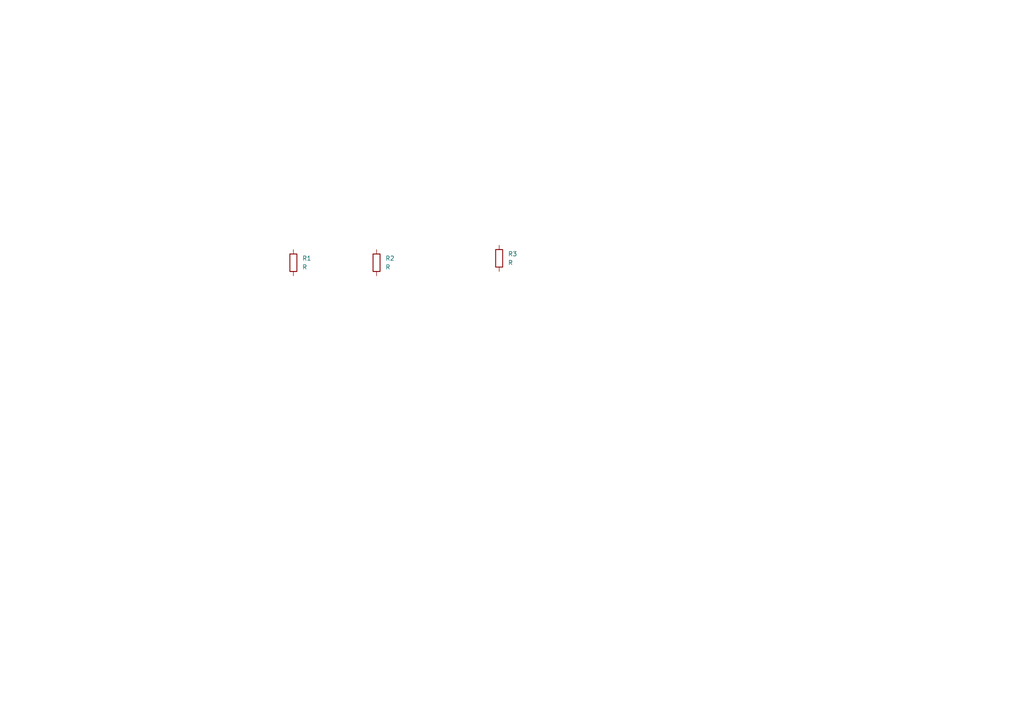
<source format=kicad_sch>
(kicad_sch
	(version 20250114)
	(generator "eeschema")
	(generator_version "9.0")
	(uuid "41c3a0e2-7fbb-460a-980b-443a77388f22")
	(paper "A4")
	(lib_symbols
		(symbol "Device:R"
			(pin_numbers
				(hide yes)
			)
			(pin_names
				(offset 0)
			)
			(exclude_from_sim no)
			(in_bom yes)
			(on_board yes)
			(property "Reference" "R"
				(at 2.032 0 90)
				(effects
					(font
						(size 1.27 1.27)
					)
				)
			)
			(property "Value" "R"
				(at 0 0 90)
				(effects
					(font
						(size 1.27 1.27)
					)
				)
			)
			(property "Footprint" ""
				(at -1.778 0 90)
				(effects
					(font
						(size 1.27 1.27)
					)
					(hide yes)
				)
			)
			(property "Datasheet" "~"
				(at 0 0 0)
				(effects
					(font
						(size 1.27 1.27)
					)
					(hide yes)
				)
			)
			(property "Description" "Resistor"
				(at 0 0 0)
				(effects
					(font
						(size 1.27 1.27)
					)
					(hide yes)
				)
			)
			(property "ki_keywords" "R res resistor"
				(at 0 0 0)
				(effects
					(font
						(size 1.27 1.27)
					)
					(hide yes)
				)
			)
			(property "ki_fp_filters" "R_*"
				(at 0 0 0)
				(effects
					(font
						(size 1.27 1.27)
					)
					(hide yes)
				)
			)
			(symbol "R_0_1"
				(rectangle
					(start -1.016 -2.54)
					(end 1.016 2.54)
					(stroke
						(width 0.254)
						(type default)
					)
					(fill
						(type none)
					)
				)
			)
			(symbol "R_1_1"
				(pin passive line
					(at 0 3.81 270)
					(length 1.27)
					(name "~"
						(effects
							(font
								(size 1.27 1.27)
							)
						)
					)
					(number "1"
						(effects
							(font
								(size 1.27 1.27)
							)
						)
					)
				)
				(pin passive line
					(at 0 -3.81 90)
					(length 1.27)
					(name "~"
						(effects
							(font
								(size 1.27 1.27)
							)
						)
					)
					(number "2"
						(effects
							(font
								(size 1.27 1.27)
							)
						)
					)
				)
			)
			(embedded_fonts no)
		)
	)
	(symbol
		(lib_id "Device:R")
		(at 144.78 74.93 0)
		(unit 1)
		(exclude_from_sim no)
		(in_bom yes)
		(on_board yes)
		(dnp no)
		(fields_autoplaced yes)
		(uuid "54c61441-de42-421d-be7a-c023195f5e26")
		(property "Reference" "R3"
			(at 147.32 73.6599 0)
			(effects
				(font
					(size 1.27 1.27)
				)
				(justify left)
			)
		)
		(property "Value" "R"
			(at 147.32 76.1999 0)
			(effects
				(font
					(size 1.27 1.27)
				)
				(justify left)
			)
		)
		(property "Footprint" ""
			(at 143.002 74.93 90)
			(effects
				(font
					(size 1.27 1.27)
				)
				(hide yes)
			)
		)
		(property "Datasheet" "~"
			(at 144.78 74.93 0)
			(effects
				(font
					(size 1.27 1.27)
				)
				(hide yes)
			)
		)
		(property "Description" "Resistor"
			(at 144.78 74.93 0)
			(effects
				(font
					(size 1.27 1.27)
				)
				(hide yes)
			)
		)
		(pin "2"
			(uuid "5d191b68-9a9a-4753-835f-0d2573c9c11f")
		)
		(pin "1"
			(uuid "4a00f3b1-64e9-481f-838f-4989a6904ff6")
		)
		(instances
			(project ""
				(path "/41c3a0e2-7fbb-460a-980b-443a77388f22"
					(reference "R3")
					(unit 1)
				)
			)
		)
	)
	(symbol
		(lib_id "Device:R")
		(at 85.09 76.2 0)
		(unit 1)
		(exclude_from_sim no)
		(in_bom yes)
		(on_board yes)
		(dnp no)
		(fields_autoplaced yes)
		(uuid "abc4b5e9-26c2-4650-a7ed-ecfa3a552d10")
		(property "Reference" "R1"
			(at 87.63 74.9299 0)
			(effects
				(font
					(size 1.27 1.27)
				)
				(justify left)
			)
		)
		(property "Value" "R"
			(at 87.63 77.4699 0)
			(effects
				(font
					(size 1.27 1.27)
				)
				(justify left)
			)
		)
		(property "Footprint" ""
			(at 83.312 76.2 90)
			(effects
				(font
					(size 1.27 1.27)
				)
				(hide yes)
			)
		)
		(property "Datasheet" "~"
			(at 85.09 76.2 0)
			(effects
				(font
					(size 1.27 1.27)
				)
				(hide yes)
			)
		)
		(property "Description" "Resistor"
			(at 85.09 76.2 0)
			(effects
				(font
					(size 1.27 1.27)
				)
				(hide yes)
			)
		)
		(pin "1"
			(uuid "560a625b-98b7-43b9-99bb-02053b7d55fe")
		)
		(pin "2"
			(uuid "bfb9321b-25b1-4b92-9e9b-15f30df90499")
		)
		(instances
			(project ""
				(path "/41c3a0e2-7fbb-460a-980b-443a77388f22"
					(reference "R1")
					(unit 1)
				)
			)
		)
	)
	(symbol
		(lib_id "Device:R")
		(at 109.22 76.2 0)
		(unit 1)
		(exclude_from_sim no)
		(in_bom yes)
		(on_board yes)
		(dnp no)
		(fields_autoplaced yes)
		(uuid "cd28427b-0006-4dad-850b-dcebd627de71")
		(property "Reference" "R2"
			(at 111.76 74.9299 0)
			(effects
				(font
					(size 1.27 1.27)
				)
				(justify left)
			)
		)
		(property "Value" "R"
			(at 111.76 77.4699 0)
			(effects
				(font
					(size 1.27 1.27)
				)
				(justify left)
			)
		)
		(property "Footprint" ""
			(at 107.442 76.2 90)
			(effects
				(font
					(size 1.27 1.27)
				)
				(hide yes)
			)
		)
		(property "Datasheet" "~"
			(at 109.22 76.2 0)
			(effects
				(font
					(size 1.27 1.27)
				)
				(hide yes)
			)
		)
		(property "Description" "Resistor"
			(at 109.22 76.2 0)
			(effects
				(font
					(size 1.27 1.27)
				)
				(hide yes)
			)
		)
		(pin "1"
			(uuid "34be573f-9e13-466d-bcf5-a78b0e5f27b9")
		)
		(pin "2"
			(uuid "cb188810-97a0-4cfa-8d05-2cd5e464b46e")
		)
		(instances
			(project ""
				(path "/41c3a0e2-7fbb-460a-980b-443a77388f22"
					(reference "R2")
					(unit 1)
				)
			)
		)
	)
	(sheet_instances
		(path "/"
			(page "1")
		)
	)
	(embedded_fonts no)
)

</source>
